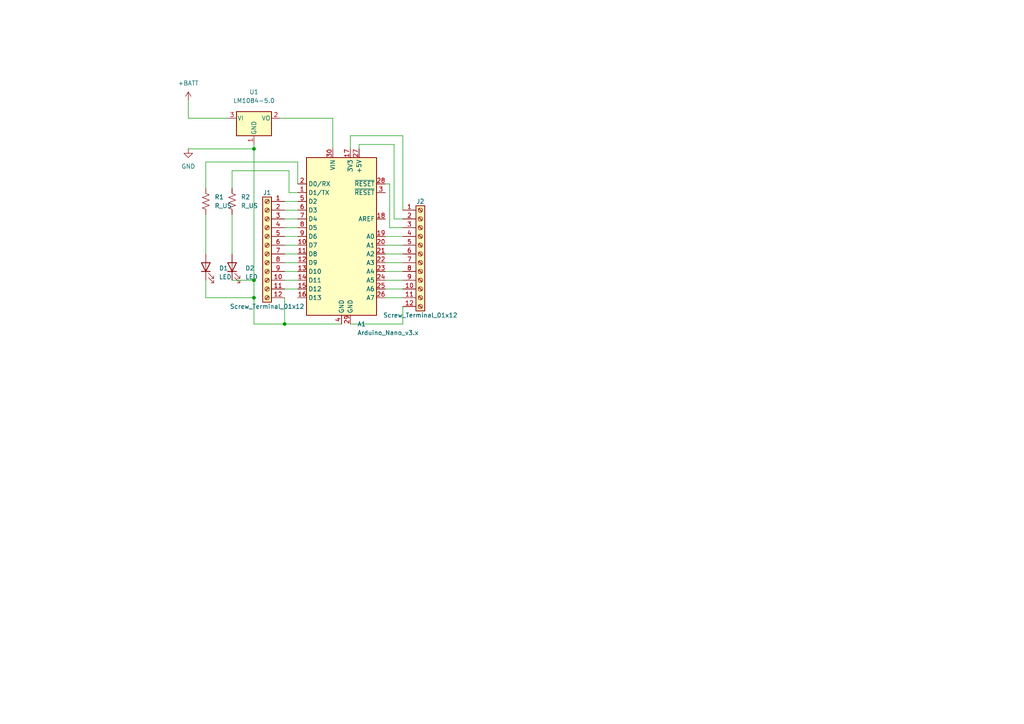
<source format=kicad_sch>
(kicad_sch (version 20211123) (generator eeschema)
  (paper "A4")
  (lib_symbols
    (symbol "Connector:Screw_Terminal_01x12" (pin_names (offset 1.016) hide)
      (property "Reference" "J" (at 0 15.24 0))
      (property "Value" "Screw_Terminal_01x12" (at 0 -17.78 0))
      (symbol "Screw_Terminal_01x12_1_1"
        (rectangle (start -1.27 13.97) (end 1.27 -16.51) (stroke (width 0.254)) (fill (type background)))
        (circle (center 0 -15.24) (radius 0.635) (stroke (width 0.1524)))
        (circle (center 0 -12.7) (radius 0.635) (stroke (width 0.1524)))
        (circle (center 0 -10.16) (radius 0.635) (stroke (width 0.1524)))
        (circle (center 0 -7.62) (radius 0.635) (stroke (width 0.1524)))
        (circle (center 0 -5.08) (radius 0.635) (stroke (width 0.1524)))
        (circle (center 0 -2.54) (radius 0.635) (stroke (width 0.1524)))
        (polyline (pts (xy -0.5334 -14.9098) (xy 0.3302 -15.748)) (stroke (width 0.1524)))
        (polyline (pts (xy -0.5334 -12.3698) (xy 0.3302 -13.208)) (stroke (width 0.1524)))
        (polyline (pts (xy -0.5334 -9.8298) (xy 0.3302 -10.668)) (stroke (width 0.1524)))
        (polyline (pts (xy -0.5334 -7.2898) (xy 0.3302 -8.128)) (stroke (width 0.1524)))
        (polyline (pts (xy -0.5334 -4.7498) (xy 0.3302 -5.588)) (stroke (width 0.1524)))
        (polyline (pts (xy -0.5334 -2.2098) (xy 0.3302 -3.048)) (stroke (width 0.1524)))
        (polyline (pts (xy -0.5334 0.3302) (xy 0.3302 -0.508)) (stroke (width 0.1524)))
        (polyline (pts (xy -0.5334 2.8702) (xy 0.3302 2.032)) (stroke (width 0.1524)))
        (polyline (pts (xy -0.5334 5.4102) (xy 0.3302 4.572)) (stroke (width 0.1524)))
        (polyline (pts (xy -0.5334 7.9502) (xy 0.3302 7.112)) (stroke (width 0.1524)))
        (polyline (pts (xy -0.5334 10.4902) (xy 0.3302 9.652)) (stroke (width 0.1524)))
        (polyline (pts (xy -0.5334 13.0302) (xy 0.3302 12.192)) (stroke (width 0.1524)))
        (polyline (pts (xy -0.3556 -14.732) (xy 0.508 -15.5702)) (stroke (width 0.1524)))
        (polyline (pts (xy -0.3556 -12.192) (xy 0.508 -13.0302)) (stroke (width 0.1524)))
        (polyline (pts (xy -0.3556 -9.652) (xy 0.508 -10.4902)) (stroke (width 0.1524)))
        (polyline (pts (xy -0.3556 -7.112) (xy 0.508 -7.9502)) (stroke (width 0.1524)))
        (polyline (pts (xy -0.3556 -4.572) (xy 0.508 -5.4102)) (stroke (width 0.1524)))
        (polyline (pts (xy -0.3556 -2.032) (xy 0.508 -2.8702)) (stroke (width 0.1524)))
        (polyline (pts (xy -0.3556 0.508) (xy 0.508 -0.3302)) (stroke (width 0.1524)))
        (polyline (pts (xy -0.3556 3.048) (xy 0.508 2.2098)) (stroke (width 0.1524)))
        (polyline (pts (xy -0.3556 5.588) (xy 0.508 4.7498)) (stroke (width 0.1524)))
        (polyline (pts (xy -0.3556 8.128) (xy 0.508 7.2898)) (stroke (width 0.1524)))
        (polyline (pts (xy -0.3556 10.668) (xy 0.508 9.8298)) (stroke (width 0.1524)))
        (polyline (pts (xy -0.3556 13.208) (xy 0.508 12.3698)) (stroke (width 0.1524)))
        (circle (center 0 0) (radius 0.635) (stroke (width 0.1524)))
        (circle (center 0 2.54) (radius 0.635) (stroke (width 0.1524)))
        (circle (center 0 5.08) (radius 0.635) (stroke (width 0.1524)))
        (circle (center 0 7.62) (radius 0.635) (stroke (width 0.1524)))
        (circle (center 0 10.16) (radius 0.635) (stroke (width 0.1524)))
        (circle (center 0 12.7) (radius 0.635) (stroke (width 0.1524)))
        (pin passive line (at -5.08 12.7 0) (length 3.81) (name "Pin_1") (number "1"))
        (pin passive line (at -5.08 -10.16 0) (length 3.81) (name "Pin_10") (number "10"))
        (pin passive line (at -5.08 -12.7 0) (length 3.81) (name "Pin_11") (number "11"))
        (pin passive line (at -5.08 -15.24 0) (length 3.81) (name "Pin_12") (number "12"))
        (pin passive line (at -5.08 10.16 0) (length 3.81) (name "Pin_2") (number "2"))
        (pin passive line (at -5.08 7.62 0) (length 3.81) (name "Pin_3") (number "3"))
        (pin passive line (at -5.08 5.08 0) (length 3.81) (name "Pin_4") (number "4"))
        (pin passive line (at -5.08 2.54 0) (length 3.81) (name "Pin_5") (number "5"))
        (pin passive line (at -5.08 0 0) (length 3.81) (name "Pin_6") (number "6"))
        (pin passive line (at -5.08 -2.54 0) (length 3.81) (name "Pin_7") (number "7"))
        (pin passive line (at -5.08 -5.08 0) (length 3.81) (name "Pin_8") (number "8"))
        (pin passive line (at -5.08 -7.62 0) (length 3.81) (name "Pin_9") (number "9"))
      )
    )
    (symbol "Device:LED" (pin_numbers hide) (pin_names (offset 1.016) hide)
      (property "Reference" "D" (at 0 2.54 0))
      (property "Value" "LED" (at 0 -2.54 0))
      (symbol "LED_0_1"
        (polyline (pts (xy -1.27 -1.27) (xy -1.27 1.27)) (stroke (width 0.254)))
        (polyline (pts (xy -1.27 0) (xy 1.27 0)))
        (polyline (pts (xy 1.27 -1.27) (xy 1.27 1.27) (xy -1.27 0) (xy 1.27 -1.27)) (stroke (width 0.254)))
        (polyline (pts (xy -3.048 -0.762) (xy -4.572 -2.286) (xy -3.81 -2.286) (xy -4.572 -2.286) (xy -4.572 -1.524)))
        (polyline (pts (xy -1.778 -0.762) (xy -3.302 -2.286) (xy -2.54 -2.286) (xy -3.302 -2.286) (xy -3.302 -1.524)))
      )
      (symbol "LED_1_1"
        (pin passive line (at -3.81 0 0) (length 2.54) (name "K") (number "1"))
        (pin passive line (at 3.81 0 180) (length 2.54) (name "A") (number "2"))
      )
    )
    (symbol "Device:R_US" (pin_numbers hide) (pin_names (offset 0))
      (property "Reference" "R" (at 2.54 0 90))
      (property "Value" "R_US" (at -2.54 0 90))
      (symbol "R_US_0_1"
        (polyline (pts (xy 0 -2.286) (xy 0 -2.54)))
        (polyline (pts (xy 0 2.286) (xy 0 2.54)))
        (polyline (pts (xy 0 -0.762) (xy 1.016 -1.143) (xy 0 -1.524) (xy -1.016 -1.905) (xy 0 -2.286)))
        (polyline (pts (xy 0 0.762) (xy 1.016 0.381) (xy 0 0) (xy -1.016 -0.381) (xy 0 -0.762)))
        (polyline (pts (xy 0 2.286) (xy 1.016 1.905) (xy 0 1.524) (xy -1.016 1.143) (xy 0 0.762)))
      )
      (symbol "R_US_1_1"
        (pin passive line (at 0 3.81 270) (length 1.27) (name "~") (number "1"))
        (pin passive line (at 0 -3.81 90) (length 1.27) (name "~") (number "2"))
      )
    )
    (symbol "MCU_Module:Arduino_Nano_v3.x"
      (property "Reference" "A" (at -10.16 23.495 0))
      (property "Value" "Arduino_Nano_v3.x" (at 5.08 -24.13 0))
      (symbol "Arduino_Nano_v3.x_0_1"
        (rectangle (start -10.16 22.86) (end 10.16 -22.86) (stroke (width 0.254)) (fill (type background)))
      )
      (symbol "Arduino_Nano_v3.x_1_1"
        (pin bidirectional line (at -12.7 12.7 0) (length 2.54) (name "D1/TX") (number "1"))
        (pin bidirectional line (at -12.7 -2.54 0) (length 2.54) (name "D7") (number "10"))
        (pin bidirectional line (at -12.7 -5.08 0) (length 2.54) (name "D8") (number "11"))
        (pin bidirectional line (at -12.7 -7.62 0) (length 2.54) (name "D9") (number "12"))
        (pin bidirectional line (at -12.7 -10.16 0) (length 2.54) (name "D10") (number "13"))
        (pin bidirectional line (at -12.7 -12.7 0) (length 2.54) (name "D11") (number "14"))
        (pin bidirectional line (at -12.7 -15.24 0) (length 2.54) (name "D12") (number "15"))
        (pin bidirectional line (at -12.7 -17.78 0) (length 2.54) (name "D13") (number "16"))
        (pin power_out line (at 2.54 25.4 270) (length 2.54) (name "3V3") (number "17"))
        (pin input line (at 12.7 5.08 180) (length 2.54) (name "AREF") (number "18"))
        (pin bidirectional line (at 12.7 0 180) (length 2.54) (name "A0") (number "19"))
        (pin bidirectional line (at -12.7 15.24 0) (length 2.54) (name "D0/RX") (number "2"))
        (pin bidirectional line (at 12.7 -2.54 180) (length 2.54) (name "A1") (number "20"))
        (pin bidirectional line (at 12.7 -5.08 180) (length 2.54) (name "A2") (number "21"))
        (pin bidirectional line (at 12.7 -7.62 180) (length 2.54) (name "A3") (number "22"))
        (pin bidirectional line (at 12.7 -10.16 180) (length 2.54) (name "A4") (number "23"))
        (pin bidirectional line (at 12.7 -12.7 180) (length 2.54) (name "A5") (number "24"))
        (pin bidirectional line (at 12.7 -15.24 180) (length 2.54) (name "A6") (number "25"))
        (pin bidirectional line (at 12.7 -17.78 180) (length 2.54) (name "A7") (number "26"))
        (pin power_out line (at 5.08 25.4 270) (length 2.54) (name "+5V") (number "27"))
        (pin input line (at 12.7 15.24 180) (length 2.54) (name "~{RESET}") (number "28"))
        (pin power_in line (at 2.54 -25.4 90) (length 2.54) (name "GND") (number "29"))
        (pin input line (at 12.7 12.7 180) (length 2.54) (name "~{RESET}") (number "3"))
        (pin power_in line (at -2.54 25.4 270) (length 2.54) (name "VIN") (number "30"))
        (pin power_in line (at 0 -25.4 90) (length 2.54) (name "GND") (number "4"))
        (pin bidirectional line (at -12.7 10.16 0) (length 2.54) (name "D2") (number "5"))
        (pin bidirectional line (at -12.7 7.62 0) (length 2.54) (name "D3") (number "6"))
        (pin bidirectional line (at -12.7 5.08 0) (length 2.54) (name "D4") (number "7"))
        (pin bidirectional line (at -12.7 2.54 0) (length 2.54) (name "D5") (number "8"))
        (pin bidirectional line (at -12.7 0 0) (length 2.54) (name "D6") (number "9"))
      )
    )
    (symbol "Regulator_Linear:LM1084-5.0" (pin_names (offset 0.254))
      (property "Reference" "U" (at -3.81 3.175 0))
      (property "Value" "LM1084-5.0" (at 0 3.175 0))
      (symbol "LM1084-5.0_0_1"
        (rectangle (start -5.08 1.905) (end 5.08 -5.08) (stroke (width 0.254)) (fill (type background)))
      )
      (symbol "LM1084-5.0_1_1"
        (pin power_in line (at 0 -7.62 90) (length 2.54) (name "GND") (number "1"))
        (pin power_out line (at 7.62 0 180) (length 2.54) (name "VO") (number "2"))
        (pin power_in line (at -7.62 0 0) (length 2.54) (name "VI") (number "3"))
      )
    )
    (symbol "power:+BATT" (power) (pin_names (offset 0))
      (property "Value" "+BATT" (at 0 3.556 0))
      (symbol "+BATT_0_1"
        (polyline (pts (xy -0.762 1.27) (xy 0 2.54)))
        (polyline (pts (xy 0 0) (xy 0 2.54)))
        (polyline (pts (xy 0 2.54) (xy 0.762 1.27)))
      )
      (symbol "+BATT_1_1"
        (pin power_in line (at 0 0 90) (length 0) hide (name "+BATT") (number "1"))
      )
    )
    (symbol "power:GND" (power) (pin_names (offset 0))
      (property "Value" "GND" (at 0 -3.81 0))
      (symbol "GND_0_1"
        (polyline (pts (xy 0 0) (xy 0 -1.27) (xy 1.27 -1.27) (xy 0 -2.54) (xy -1.27 -1.27) (xy 0 -1.27)))
      )
      (symbol "GND_1_1"
        (pin power_in line (at 0 0 270) (length 0) hide (name "GND") (number "1"))
      )
    )
  )
  (junction (at 73.66 43.18))
  (junction (at 73.66 81.28))
  (junction (at 82.55 93.98))
  (junction (at 73.66 86.36))
  (wire (pts (xy 111.76 73.66) (xy 116.84 73.66)))
  (wire (pts (xy 82.55 83.82) (xy 86.36 83.82)))
  (wire (pts (xy 86.36 55.88) (xy 83.82 55.88)))
  (wire (pts (xy 59.69 46.99) (xy 59.69 54.61)))
  (wire (pts (xy 67.31 81.28) (xy 73.66 81.28)))
  (wire (pts (xy 82.55 86.36) (xy 82.55 93.98)))
  (wire (pts (xy 73.66 86.36) (xy 73.66 81.28)))
  (wire (pts (xy 104.14 41.91) (xy 114.3 41.91)))
  (wire (pts (xy 114.3 63.5) (xy 116.84 63.5)))
  (wire (pts (xy 113.03 66.04) (xy 113.03 53.34)))
  (wire (pts (xy 67.31 49.53) (xy 67.31 54.61)))
  (wire (pts (xy 116.84 60.96) (xy 116.84 39.37)))
  (wire (pts (xy 82.55 63.5) (xy 86.36 63.5)))
  (wire (pts (xy 73.66 43.18) (xy 73.66 41.91)))
  (wire (pts (xy 81.28 34.29) (xy 96.52 34.29)))
  (wire (pts (xy 59.69 81.28) (xy 59.69 86.36)))
  (wire (pts (xy 67.31 62.23) (xy 67.31 73.66)))
  (wire (pts (xy 82.55 78.74) (xy 86.36 78.74)))
  (wire (pts (xy 111.76 81.28) (xy 116.84 81.28)))
  (wire (pts (xy 111.76 86.36) (xy 116.84 86.36)))
  (wire (pts (xy 111.76 78.74) (xy 116.84 78.74)))
  (wire (pts (xy 82.55 73.66) (xy 86.36 73.66)))
  (wire (pts (xy 101.6 93.98) (xy 116.84 93.98)))
  (wire (pts (xy 101.6 39.37) (xy 101.6 43.18)))
  (wire (pts (xy 82.55 68.58) (xy 86.36 68.58)))
  (wire (pts (xy 116.84 39.37) (xy 101.6 39.37)))
  (wire (pts (xy 111.76 83.82) (xy 116.84 83.82)))
  (wire (pts (xy 111.76 68.58) (xy 116.84 68.58)))
  (wire (pts (xy 82.55 58.42) (xy 86.36 58.42)))
  (wire (pts (xy 59.69 86.36) (xy 73.66 86.36)))
  (wire (pts (xy 116.84 93.98) (xy 116.84 88.9)))
  (wire (pts (xy 113.03 53.34) (xy 111.76 53.34)))
  (wire (pts (xy 59.69 46.99) (xy 86.36 46.99)))
  (wire (pts (xy 54.61 34.29) (xy 66.04 34.29)))
  (wire (pts (xy 54.61 29.21) (xy 54.61 34.29)))
  (wire (pts (xy 82.55 76.2) (xy 86.36 76.2)))
  (wire (pts (xy 83.82 49.53) (xy 67.31 49.53)))
  (wire (pts (xy 82.55 81.28) (xy 86.36 81.28)))
  (wire (pts (xy 86.36 53.34) (xy 86.36 46.99)))
  (wire (pts (xy 73.66 93.98) (xy 73.66 86.36)))
  (wire (pts (xy 111.76 76.2) (xy 116.84 76.2)))
  (wire (pts (xy 83.82 49.53) (xy 83.82 55.88)))
  (wire (pts (xy 73.66 81.28) (xy 73.66 43.18)))
  (wire (pts (xy 54.61 43.18) (xy 73.66 43.18)))
  (wire (pts (xy 104.14 43.18) (xy 104.14 41.91)))
  (wire (pts (xy 82.55 60.96) (xy 86.36 60.96)))
  (wire (pts (xy 82.55 66.04) (xy 86.36 66.04)))
  (wire (pts (xy 99.06 93.98) (xy 82.55 93.98)))
  (wire (pts (xy 82.55 93.98) (xy 73.66 93.98)))
  (wire (pts (xy 111.76 71.12) (xy 116.84 71.12)))
  (wire (pts (xy 96.52 34.29) (xy 96.52 43.18)))
  (wire (pts (xy 82.55 71.12) (xy 86.36 71.12)))
  (wire (pts (xy 116.84 66.04) (xy 113.03 66.04)))
  (wire (pts (xy 114.3 41.91) (xy 114.3 63.5)))
  (wire (pts (xy 59.69 62.23) (xy 59.69 73.66)))
  (symbol (lib_id "MCU_Module:Arduino_Nano_v3.x") (at 99.06 68.58 0) (unit 1)
    (property "Reference" "A1" (at 103.6194 93.98 0) (effects (justify left)))
    (property "Value" "Arduino_Nano_v3.x" (at 103.6194 96.52 0) (effects (justify left)))
    (property "Footprint" "Module:Arduino_Nano" (effects hide))
    (property "Datasheet" "http://www.mouser.com/pdfdocs/Gravitech_Arduino_Nano3_0.pdf" (effects hide))
  )
  (symbol (lib_id "power:GND") (at 54.61 43.18 0) (unit 1)
    (property "Reference" "#PWR0102" (effects hide))
    (property "Value" "GND" (at 54.61 48.26 0))
  )
  (symbol (lib_id "Connector:Screw_Terminal_01x12") (at 121.92 73.66 0) (unit 1)
    (property "Reference" "J2" (at 121.92 58.42 0))
    (property "Value" "Screw_Terminal_01x12" (at 121.92 91.44 0))
    (property "Footprint" "TerminalBlock_4Ucon:TerminalBlock_4Ucon_1x12_P3.50mm_Horizontal" (effects hide))
  )
  (symbol (lib_id "Device:LED") (at 67.31 77.47 90) (unit 1)
    (property "Reference" "D2" (at 71.12 77.7874 90) (effects (justify right)))
    (property "Value" "LED" (at 71.12 80.3274 90) (effects (justify right)))
    (property "Footprint" "LED_SMD:LED-APA102-2020" (effects hide))
  )
  (symbol (lib_id "Device:R_US") (at 67.31 58.42 0) (unit 1)
    (property "Reference" "R2" (at 69.85 57.1499 0) (effects (justify left)))
    (property "Value" "R_US" (at 69.85 59.6899 0) (effects (justify left)))
    (property "Footprint" "Resistor_SMD:R_0201_0603Metric" (effects hide))
  )
  (symbol (lib_id "Device:R_US") (at 59.69 58.42 0) (unit 1)
    (property "Reference" "R1" (at 62.23 57.1499 0) (effects (justify left)))
    (property "Value" "R_US" (at 62.23 59.6899 0) (effects (justify left)))
    (property "Footprint" "Resistor_SMD:R_0201_0603Metric" (effects hide))
  )
  (symbol (lib_id "power:+BATT") (at 54.61 29.21 0) (unit 1)
    (property "Reference" "#PWR0101" (effects hide))
    (property "Value" "+BATT" (at 54.61 24.13 0))
  )
  (symbol (lib_id "Regulator_Linear:LM1084-5.0") (at 73.66 34.29 0) (unit 1)
    (property "Reference" "U1" (at 73.66 26.67 0))
    (property "Value" "LM1084-5.0" (at 73.66 29.21 0))
    (property "Footprint" "Package_TO_SOT_THT:TO-220F-3_Horizontal_TabDown" (effects hide))
    (property "Datasheet" "http://www.ti.com/lit/ds/symlink/lm1084.pdf" (effects hide))
  )
  (symbol (lib_id "Device:LED") (at 59.69 77.47 90) (unit 1)
    (property "Reference" "D1" (at 63.5 77.7874 90) (effects (justify right)))
    (property "Value" "LED" (at 63.5 80.3274 90) (effects (justify right)))
    (property "Footprint" "LED_SMD:LED-APA102-2020" (effects hide))
  )
  (symbol (lib_id "Connector:Screw_Terminal_01x12") (at 77.47 71.12 0) (mirror y) (unit 1)
    (property "Reference" "J1" (at 77.47 55.88 0))
    (property "Value" "Screw_Terminal_01x12" (at 77.47 88.9 0))
    (property "Footprint" "TerminalBlock_4Ucon:TerminalBlock_4Ucon_1x12_P3.50mm_Horizontal" (effects hide))
  )
)
</source>
